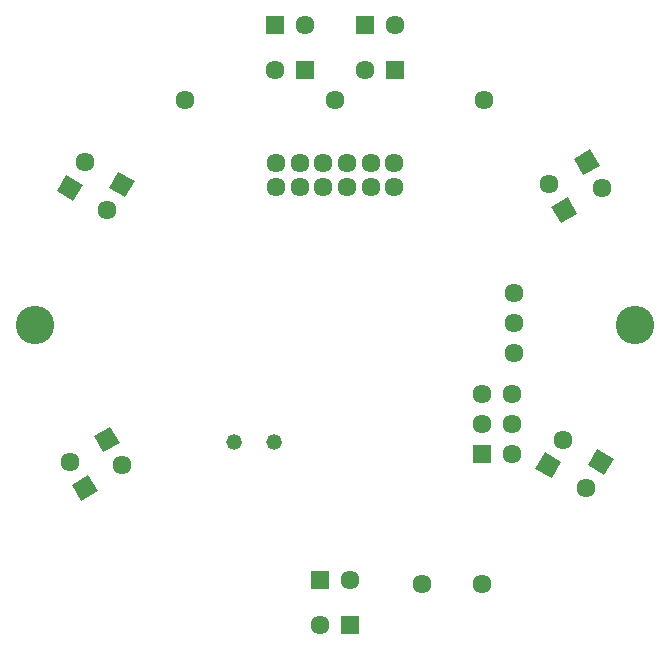
<source format=gbs>
G75*
G70*
%OFA0B0*%
%FSLAX24Y24*%
%IPPOS*%
%LPD*%
%AMOC8*
5,1,8,0,0,1.08239X$1,22.5*
%
%ADD10R,0.0635X0.0635*%
%ADD11C,0.0635*%
%ADD12C,0.0520*%
%ADD13R,0.0635X0.0635*%
%ADD14C,0.1280*%
D10*
X012930Y005780D03*
X013930Y004280D03*
X018330Y009980D03*
X015430Y022780D03*
X014430Y024280D03*
X012430Y022780D03*
X011430Y024280D03*
D11*
X012430Y024280D03*
X011430Y022780D03*
X013430Y021780D03*
X014430Y022780D03*
X015430Y024280D03*
X018380Y021780D03*
X020566Y018968D03*
X022317Y018835D03*
X019380Y015330D03*
X019380Y014330D03*
X019380Y013330D03*
X019330Y011980D03*
X019330Y010980D03*
X019330Y009980D03*
X018330Y010980D03*
X018330Y011980D03*
X021040Y010463D03*
X021780Y008847D03*
X018330Y005630D03*
X016330Y005630D03*
X013930Y005780D03*
X012930Y004280D03*
X006320Y009597D03*
X004580Y009713D03*
X005820Y018097D03*
X005080Y019713D03*
X008430Y021780D03*
X011461Y019674D03*
X011461Y018886D03*
X012249Y018886D03*
X013036Y018886D03*
X013036Y019674D03*
X012249Y019674D03*
X013824Y019674D03*
X014611Y019674D03*
X015399Y019674D03*
X015399Y018886D03*
X014611Y018886D03*
X013824Y018886D03*
D12*
X011397Y010380D03*
X010060Y010380D03*
D13*
G36*
X005196Y009280D02*
X005513Y008731D01*
X004964Y008414D01*
X004647Y008963D01*
X005196Y009280D01*
G37*
G36*
X005704Y010030D02*
X005387Y010579D01*
X005936Y010896D01*
X006253Y010347D01*
X005704Y010030D01*
G37*
G36*
X005013Y018963D02*
X004696Y018414D01*
X004147Y018731D01*
X004464Y019280D01*
X005013Y018963D01*
G37*
G36*
X005887Y018847D02*
X006204Y019396D01*
X006753Y019079D01*
X006436Y018530D01*
X005887Y018847D01*
G37*
G36*
X020973Y009713D02*
X020656Y009164D01*
X020107Y009481D01*
X020424Y010030D01*
X020973Y009713D01*
G37*
G36*
X021847Y009597D02*
X022164Y010146D01*
X022713Y009829D01*
X022396Y009280D01*
X021847Y009597D01*
G37*
G36*
X021182Y018535D02*
X021499Y017986D01*
X020950Y017669D01*
X020633Y018218D01*
X021182Y018535D01*
G37*
G36*
X021701Y019268D02*
X021384Y019817D01*
X021933Y020134D01*
X022250Y019585D01*
X021701Y019268D01*
G37*
D14*
X023430Y014280D03*
X003430Y014280D03*
M02*

</source>
